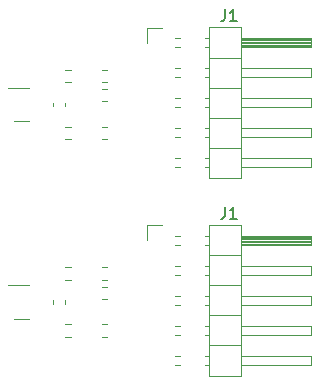
<source format=gbr>
%TF.GenerationSoftware,KiCad,Pcbnew,(5.1.9-0-10_14)*%
%TF.CreationDate,2021-03-23T19:07:49+01:00*%
%TF.ProjectId,itho_rv_sensor,6974686f-5f72-4765-9f73-656e736f722e,rev?*%
%TF.SameCoordinates,Original*%
%TF.FileFunction,Legend,Top*%
%TF.FilePolarity,Positive*%
%FSLAX46Y46*%
G04 Gerber Fmt 4.6, Leading zero omitted, Abs format (unit mm)*
G04 Created by KiCad (PCBNEW (5.1.9-0-10_14)) date 2021-03-23 19:07:49*
%MOMM*%
%LPD*%
G01*
G04 APERTURE LIST*
%ADD10C,0.120000*%
%ADD11C,0.150000*%
G04 APERTURE END LIST*
D10*
%TO.C,J1*%
X136060000Y-95698000D02*
X136060000Y-108518000D01*
X136060000Y-108518000D02*
X138720000Y-108518000D01*
X138720000Y-108518000D02*
X138720000Y-95698000D01*
X138720000Y-95698000D02*
X136060000Y-95698000D01*
X138720000Y-96648000D02*
X144720000Y-96648000D01*
X144720000Y-96648000D02*
X144720000Y-97408000D01*
X144720000Y-97408000D02*
X138720000Y-97408000D01*
X138720000Y-96708000D02*
X144720000Y-96708000D01*
X138720000Y-96828000D02*
X144720000Y-96828000D01*
X138720000Y-96948000D02*
X144720000Y-96948000D01*
X138720000Y-97068000D02*
X144720000Y-97068000D01*
X138720000Y-97188000D02*
X144720000Y-97188000D01*
X138720000Y-97308000D02*
X144720000Y-97308000D01*
X135662929Y-96648000D02*
X136060000Y-96648000D01*
X135662929Y-97408000D02*
X136060000Y-97408000D01*
X133190000Y-96648000D02*
X133577071Y-96648000D01*
X133190000Y-97408000D02*
X133577071Y-97408000D01*
X136060000Y-98298000D02*
X138720000Y-98298000D01*
X138720000Y-99188000D02*
X144720000Y-99188000D01*
X144720000Y-99188000D02*
X144720000Y-99948000D01*
X144720000Y-99948000D02*
X138720000Y-99948000D01*
X135662929Y-99188000D02*
X136060000Y-99188000D01*
X135662929Y-99948000D02*
X136060000Y-99948000D01*
X133122929Y-99188000D02*
X133577071Y-99188000D01*
X133122929Y-99948000D02*
X133577071Y-99948000D01*
X136060000Y-100838000D02*
X138720000Y-100838000D01*
X138720000Y-101728000D02*
X144720000Y-101728000D01*
X144720000Y-101728000D02*
X144720000Y-102488000D01*
X144720000Y-102488000D02*
X138720000Y-102488000D01*
X135662929Y-101728000D02*
X136060000Y-101728000D01*
X135662929Y-102488000D02*
X136060000Y-102488000D01*
X133122929Y-101728000D02*
X133577071Y-101728000D01*
X133122929Y-102488000D02*
X133577071Y-102488000D01*
X136060000Y-103378000D02*
X138720000Y-103378000D01*
X138720000Y-104268000D02*
X144720000Y-104268000D01*
X144720000Y-104268000D02*
X144720000Y-105028000D01*
X144720000Y-105028000D02*
X138720000Y-105028000D01*
X135662929Y-104268000D02*
X136060000Y-104268000D01*
X135662929Y-105028000D02*
X136060000Y-105028000D01*
X133122929Y-104268000D02*
X133577071Y-104268000D01*
X133122929Y-105028000D02*
X133577071Y-105028000D01*
X136060000Y-105918000D02*
X138720000Y-105918000D01*
X138720000Y-106808000D02*
X144720000Y-106808000D01*
X144720000Y-106808000D02*
X144720000Y-107568000D01*
X144720000Y-107568000D02*
X138720000Y-107568000D01*
X135662929Y-106808000D02*
X136060000Y-106808000D01*
X135662929Y-107568000D02*
X136060000Y-107568000D01*
X133122929Y-106808000D02*
X133577071Y-106808000D01*
X133122929Y-107568000D02*
X133577071Y-107568000D01*
X130810000Y-97028000D02*
X130810000Y-95758000D01*
X130810000Y-95758000D02*
X132080000Y-95758000D01*
%TO.C,U1*%
X119052000Y-100825000D02*
X120792000Y-100825000D01*
X119492000Y-103645000D02*
X120792000Y-103645000D01*
%TO.C,C1*%
X123827000Y-102388580D02*
X123827000Y-102107420D01*
X122807000Y-102388580D02*
X122807000Y-102107420D01*
%TO.C,R3*%
X127427258Y-104125500D02*
X126952742Y-104125500D01*
X127427258Y-105170500D02*
X126952742Y-105170500D01*
%TO.C,R2*%
X123841742Y-100344500D02*
X124316258Y-100344500D01*
X123841742Y-99299500D02*
X124316258Y-99299500D01*
%TO.C,R1*%
X123841742Y-105170500D02*
X124316258Y-105170500D01*
X123841742Y-104125500D02*
X124316258Y-104125500D01*
%TO.C,R5*%
X127427258Y-100950500D02*
X126952742Y-100950500D01*
X127427258Y-101995500D02*
X126952742Y-101995500D01*
%TO.C,R4*%
X126953742Y-100344500D02*
X127428258Y-100344500D01*
X126953742Y-99299500D02*
X127428258Y-99299500D01*
%TO.C,R5*%
X127427258Y-85265500D02*
X126952742Y-85265500D01*
X127427258Y-84220500D02*
X126952742Y-84220500D01*
%TO.C,R4*%
X126953742Y-82569500D02*
X127428258Y-82569500D01*
X126953742Y-83614500D02*
X127428258Y-83614500D01*
%TO.C,R3*%
X127427258Y-88440500D02*
X126952742Y-88440500D01*
X127427258Y-87395500D02*
X126952742Y-87395500D01*
%TO.C,R2*%
X123841742Y-82569500D02*
X124316258Y-82569500D01*
X123841742Y-83614500D02*
X124316258Y-83614500D01*
%TO.C,R1*%
X123841742Y-87395500D02*
X124316258Y-87395500D01*
X123841742Y-88440500D02*
X124316258Y-88440500D01*
%TO.C,C1*%
X122807000Y-85658580D02*
X122807000Y-85377420D01*
X123827000Y-85658580D02*
X123827000Y-85377420D01*
%TO.C,U1*%
X119492000Y-86915000D02*
X120792000Y-86915000D01*
X119052000Y-84095000D02*
X120792000Y-84095000D01*
%TO.C,J1*%
X130810000Y-79028000D02*
X132080000Y-79028000D01*
X130810000Y-80298000D02*
X130810000Y-79028000D01*
X133122929Y-90838000D02*
X133577071Y-90838000D01*
X133122929Y-90078000D02*
X133577071Y-90078000D01*
X135662929Y-90838000D02*
X136060000Y-90838000D01*
X135662929Y-90078000D02*
X136060000Y-90078000D01*
X144720000Y-90838000D02*
X138720000Y-90838000D01*
X144720000Y-90078000D02*
X144720000Y-90838000D01*
X138720000Y-90078000D02*
X144720000Y-90078000D01*
X136060000Y-89188000D02*
X138720000Y-89188000D01*
X133122929Y-88298000D02*
X133577071Y-88298000D01*
X133122929Y-87538000D02*
X133577071Y-87538000D01*
X135662929Y-88298000D02*
X136060000Y-88298000D01*
X135662929Y-87538000D02*
X136060000Y-87538000D01*
X144720000Y-88298000D02*
X138720000Y-88298000D01*
X144720000Y-87538000D02*
X144720000Y-88298000D01*
X138720000Y-87538000D02*
X144720000Y-87538000D01*
X136060000Y-86648000D02*
X138720000Y-86648000D01*
X133122929Y-85758000D02*
X133577071Y-85758000D01*
X133122929Y-84998000D02*
X133577071Y-84998000D01*
X135662929Y-85758000D02*
X136060000Y-85758000D01*
X135662929Y-84998000D02*
X136060000Y-84998000D01*
X144720000Y-85758000D02*
X138720000Y-85758000D01*
X144720000Y-84998000D02*
X144720000Y-85758000D01*
X138720000Y-84998000D02*
X144720000Y-84998000D01*
X136060000Y-84108000D02*
X138720000Y-84108000D01*
X133122929Y-83218000D02*
X133577071Y-83218000D01*
X133122929Y-82458000D02*
X133577071Y-82458000D01*
X135662929Y-83218000D02*
X136060000Y-83218000D01*
X135662929Y-82458000D02*
X136060000Y-82458000D01*
X144720000Y-83218000D02*
X138720000Y-83218000D01*
X144720000Y-82458000D02*
X144720000Y-83218000D01*
X138720000Y-82458000D02*
X144720000Y-82458000D01*
X136060000Y-81568000D02*
X138720000Y-81568000D01*
X133190000Y-80678000D02*
X133577071Y-80678000D01*
X133190000Y-79918000D02*
X133577071Y-79918000D01*
X135662929Y-80678000D02*
X136060000Y-80678000D01*
X135662929Y-79918000D02*
X136060000Y-79918000D01*
X138720000Y-80578000D02*
X144720000Y-80578000D01*
X138720000Y-80458000D02*
X144720000Y-80458000D01*
X138720000Y-80338000D02*
X144720000Y-80338000D01*
X138720000Y-80218000D02*
X144720000Y-80218000D01*
X138720000Y-80098000D02*
X144720000Y-80098000D01*
X138720000Y-79978000D02*
X144720000Y-79978000D01*
X144720000Y-80678000D02*
X138720000Y-80678000D01*
X144720000Y-79918000D02*
X144720000Y-80678000D01*
X138720000Y-79918000D02*
X144720000Y-79918000D01*
X138720000Y-78968000D02*
X136060000Y-78968000D01*
X138720000Y-91788000D02*
X138720000Y-78968000D01*
X136060000Y-91788000D02*
X138720000Y-91788000D01*
X136060000Y-78968000D02*
X136060000Y-91788000D01*
D11*
X137401666Y-94210380D02*
X137401666Y-94924666D01*
X137354047Y-95067523D01*
X137258809Y-95162761D01*
X137115952Y-95210380D01*
X137020714Y-95210380D01*
X138401666Y-95210380D02*
X137830238Y-95210380D01*
X138115952Y-95210380D02*
X138115952Y-94210380D01*
X138020714Y-94353238D01*
X137925476Y-94448476D01*
X137830238Y-94496095D01*
X137401666Y-77480380D02*
X137401666Y-78194666D01*
X137354047Y-78337523D01*
X137258809Y-78432761D01*
X137115952Y-78480380D01*
X137020714Y-78480380D01*
X138401666Y-78480380D02*
X137830238Y-78480380D01*
X138115952Y-78480380D02*
X138115952Y-77480380D01*
X138020714Y-77623238D01*
X137925476Y-77718476D01*
X137830238Y-77766095D01*
%TD*%
M02*

</source>
